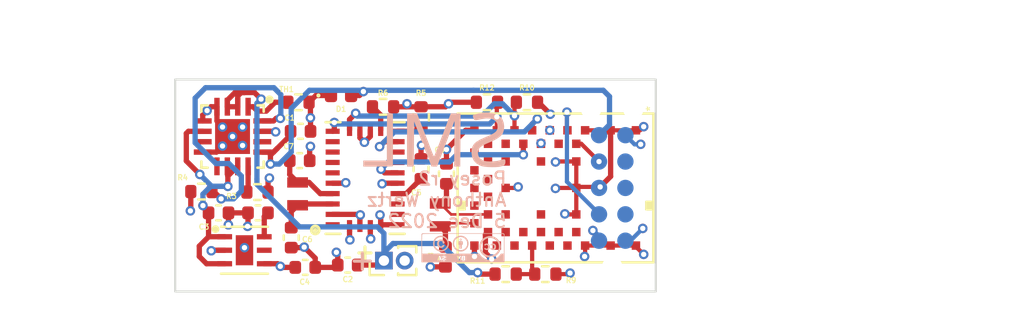
<source format=kicad_pcb>
(kicad_pcb (version 20211014) (generator pcbnew)
  (layers (0 "F.Cu" signal) (1 "In1.Cu" signal) (2 "In2.Cu" signal) (31 "B.Cu" signal) (34 "B.Paste" user) (35 "F.Paste" user) (36 "B.SilkS" user "B.Silkscreen") (37 "F.SilkS" user "F.Silkscreen") (38 "B.Mask" user) (39 "F.Mask" user) (44 "Edge.Cuts" user))
  (net 0 "")
  (net 1 "5V")
  (net 2 "GND")
  (net 3 "Net-(C3-Pad1)")
  (net 4 "3.3V")
  (net 5 "Net-(C5-Pad1)")
  (net 6 "Net-(C6-Pad1)")
  (net 7 "Net-(C7-Pad1)")
  (net 9 "I_CHG")
  (net 10 "IMU_nRESET")
  (net 11 "IMU_nINT")
  (net 12 "Net-(IMU1-Pad15)")
  (net 13 "Net-(IMU1-Pad16)")
  (net 14 "SCL")
  (net 15 "SDA")
  (net 16 "SPI_CS_MEM")
  (net 17 "SPI_CIPO")
  (net 18 "Net-(CHRG1-Pad1)")
  (net 19 "SPI_COPI")
  (net 20 "SPI_CLK")
  (net 21 "Net-(CHRG1-Pad12)")
  (net 23 "SWCLK")
  (net 24 "SWDIO")
  (net 26 "nRESET")
  (net 43 "SWO")
  (net 44 "VBAT")
  (net 45 "Net-(Cb1-Pad1)")
  (net 46 "Net-(C8-Pad2)")
  (net 47 "Net-(C9-Pad2)")
  (net 48 "Net-(R11-Pad1)")
  (footprint "Resistor_SMD:R_0402_1005Metric" (layer "F.Cu") (at 152.1968 104.394)
    (fp_text reference "R6")
    (fp_text value "1k")
  )
  (footprint "Capacitor_SMD:C_0402_1005Metric" (layer "F.Cu") (at 144.275 109.5)
    (fp_text reference "C3")
    (fp_text value "4.7µ")
  )
  (footprint "Diode_SMD:D_0402_1005Metric" (layer "F.Cu") (at 150.175 103.85)
    (fp_text reference "D1")
    (fp_text value "D_TVS")
  )
  (footprint "Capacitor_SMD:C_0402_1005Metric" (layer "F.Cu") (at 146.175 109.5 180)
    (fp_text reference "Cb1" hide)
    (fp_text value "470p")
  )
  (footprint "Capacitor_SMD:C_0402_1005Metric" (layer "F.Cu") (at 148.225 105.575)
    (fp_text reference "C1")
    (fp_text value "1µ")
  )
  (footprint "Resistor_SMD:R_0402_1005Metric" (layer "F.Cu") (at 158.1 112.45 180)
    (fp_text reference "R11")
    (fp_text value "10k")
  )
  (footprint "Resistor_SMD:R_0402_1005Metric" (layer "F.Cu") (at 159.125 104.175)
    (fp_text reference "R10")
    (fp_text value "1.47k")
  )
  (footprint "posey:IC_BNO080" (layer "F.Cu") (at 151.3332 107.823 90)
    (fp_text reference "IMU1" hide)
    (fp_text value "BNO080")
  )
  (footprint "Capacitor_SMD:C_0402_1005Metric" (layer "F.Cu") (at 147.7772 110.6932 -90)
    (fp_text reference "C6")
    (fp_text value "12p")
  )
  (footprint "Resistor_SMD:R_0402_1005Metric" (layer "F.Cu") (at 146.15 108.5 180)
    (fp_text reference "R3")
    (fp_text value "1k")
  )
  (footprint "Resistor_SMD:R_0402_1005Metric" (layer "F.Cu") (at 157.2 104.175 180)
    (fp_text reference "R12")
    (fp_text value "1.47k")
  )
  (footprint "Capacitor_SMD:C_0402_1005Metric" (layer "F.Cu") (at 150.495 112.014)
    (fp_text reference "C2")
    (fp_text value "4.7µ")
  )
  (footprint "Resistor_SMD:R_0402_1005Metric" (layer "F.Cu") (at 143.45 108.475)
    (fp_text reference "R4")
    (fp_text value "1k")
  )
  (footprint "posey:QFN50P300X300X100-17N" (layer "F.Cu") (at 144.95 105.825 -90)
    (fp_text reference "CHRG1" hide)
    (fp_text value "BQ24072RGTR")
  )
  (footprint "posey:XTAL_ECS-.327-9-16-TR" (layer "F.Cu") (at 154.95 109.6 90)
    (fp_text reference "Y1" hide)
    (fp_text value "XTAL")
  )
  (footprint "Capacitor_SMD:C_0402_1005Metric" (layer "F.Cu") (at 148.1836 106.9848)
    (fp_text reference "C7")
    (fp_text value "12p")
  )
  (footprint "Resistor_SMD:R_0402_1005Metric" (layer "F.Cu") (at 160.01 112.45 180)
    (fp_text reference "R9")
    (fp_text value "30.9k")
  )
  (footprint "Resistor_SMD:R_0402_1005Metric" (layer "F.Cu") (at 154.0256 104.902 90)
    (fp_text reference "R5")
    (fp_text value "1k")
  )
  (footprint "Capacitor_SMD:C_0402_1005Metric" (layer "F.Cu") (at 154.0256 107.38 90)
    (fp_text reference "C5")
    (fp_text value "0.1µ")
  )
  (footprint "posey:BMD-350-A-R" (layer "F.Cu") (at 160.500009 108.300012 -90)
    (fp_text reference "µC1" hide)
    (fp_text value "uC BMD-350-A-R" hide)
  )
  (footprint "Capacitor_SMD:C_0402_1005Metric" (layer "F.Cu") (at 155.25 107.62 -90)
    (fp_text reference "C9")
    (fp_text value "12p")
  )
  (footprint "posey:XTAL_ECS-.327-9-16-TR" (layer "F.Cu") (at 148.082 108.585 -90)
    (fp_text reference "Y2" hide)
    (fp_text value "XTAL")
  )
  (footprint "posey:MIC5219-3.3YML-TR" (layer "F.Cu") (at 145.525 111.3)
    (fp_text reference "REG1" hide)
    (fp_text value "MIC5219-3.3YML-TR" hide)
  )
  (footprint "Resistor_SMD:R_0402_1005Metric" (layer "F.Cu") (at 148.125 104.175)
    (fp_text reference "TH1")
    (fp_text value "NTC")
  )
  (footprint "posey:LiPo_1mm" (layer "F.Cu") (at 152.2375 111.8 90)
    (fp_text reference "LiPo1" hide)
    (fp_text value "LiPo")
  )
  (footprint "Capacitor_SMD:C_0402_1005Metric" (layer "F.Cu") (at 148.45 112.125)
    (fp_text reference "C4")
    (fp_text value "4.7µ")
  )
  (footprint "Capacitor_SMD:C_0402_1005Metric" (layer "F.Cu") (at 155.2 111.62 90)
    (fp_text reference "C8")
    (fp_text value "12p")
  )
  (footprint "posey:zgfx-sml-logo" (layer "B.Cu") (at 154.65 105.975 180)
    (fp_text reference "G***" hide)
    (fp_text value "LOGO" hide)
  )
  (footprint "posey:TC2050-IDC-NL" (layer "B.Cu") (at 162.594747 110.840012)
    (fp_text reference "J1" hide)
    (fp_text value "TC2050-IDC-NL")
  )
  (footprint "posey:zgfx-cc-by-sa" (layer "B.Cu") (at 156.05 111.175 180)
    (fp_text reference "G***" hide)
    (fp_text value "LOGO" hide)
  )
  (gr_circle (center 148.9332 110.323) (end 149 110.15) (layer "F.SilkS") (width 0.15) (fill none))
  (gr_rect (start 165.327 103.078) (end 142.1902 113.2856) (layer "Edge.Cuts") (width 0.1) (fill none))
  (gr_text "Posey r2\nAnthony Wertz\n5 Dec 2022" (at 158.200008 108.875012) (layer "B.SilkS") (effects (font (size 0.635 0.635) (thickness 0.1016)) (justify left mirror)))
  (gr_text "+" (at 151.2 111.75) (layer "B.SilkS") (effects (font (size 1.016 1.016) (thickness 0.1524)) (justify mirror)))
  (gr_text "+" (at 151.325 111.375) (layer "F.SilkS") (effects (font (size 0.762 0.762) (thickness 0.1524))))
  (segment (start 146.775 106.725) (end 147.1 106.4) (width 0.254) (layer "F.Cu") (net 1))
  (segment (start 147.1 106.4) (end 147.745 105.755) (width 0.254) (layer "F.Cu") (net 1))
  (segment (start 147.745 105.755) (end 147.745 105.575) (width 0.254) (layer "F.Cu") (net 1))
  (segment (start 146.775 107.15) (end 146.775 106.725) (width 0.254) (layer "F.Cu") (net 1))
  (segment (start 146.385 106.575) (end 146.925 106.575) (width 0.254) (layer "F.Cu") (net 1))
  (segment (start 151.0601 103.85) (end 151.25 103.6601) (width 0.254) (layer "F.Cu") (net 1))
  (segment (start 146.925 106.575) (end 147.1 106.4) (width 0.254) (layer "F.Cu") (net 1))
  (segment (start 150.66 103.85) (end 151.0601 103.85) (width 0.254) (layer "F.Cu") (net 1))
  (via (at 146.775 107.15) (size 0.4572) (drill 0.254) (layers "F.Cu" "B.Cu") (net 1))
  (via (at 151.25 103.6601) (size 0.4572) (drill 0.254) (layers "F.Cu" "B.Cu") (net 1))
  (segment (start 148.65 103.6) (end 147.775 104.475) (width 0.254) (layer "B.Cu") (net 1))
  (segment (start 162.8 103.6) (end 156.55 103.6) (width 0.254) (layer "B.Cu") (net 1))
  (segment (start 163.1 105.254759) (end 163.1 103.9) (width 0.254) (layer "B.Cu") (net 1))
  (segment (start 163.1 103.9) (end 162.8 103.6) (width 0.254) (layer "B.Cu") (net 1))
  (segment (start 162.594747 105.760012) (end 163.1 105.254759) (width 0.254) (layer "B.Cu") (net 1))
  (segment (start 147.2 107.15) (end 146.775 107.15) (width 0.254) (layer "B.Cu") (net 1))
  (segment (start 147.775 104.475) (end 147.775 106.575) (width 0.254) (layer "B.Cu") (net 1))
  (segment (start 147.775 106.575) (end 147.2 107.15) (width 0.254) (layer "B.Cu") (net 1))
  (segment (start 156.55 103.6) (end 148.65 103.6) (width 0.254) (layer "B.Cu") (net 1))
  (segment (start 143.515 106.575) (end 144.1746 106.575) (width 0.254) (layer "F.Cu") (net 2))
  (segment (start 144.2 104.39) (end 143.91 104.39) (width 0.254) (layer "F.Cu") (net 2))
  (segment (start 151.5832 105.5105) (end 151.5832 105.8168) (width 0.254) (layer "F.Cu") (net 2))
  (segment (start 164.373001 111.075001) (end 164.373001 111.128101) (width 0.2032) (layer "F.Cu") (net 2))
  (segment (start 150.015 112.014) (end 150.015 111.465) (width 0.254) (layer "F.Cu") (net 2))
  (segment (start 148.93 111.68) (end 148.4 111.15) (width 0.254) (layer "F.Cu") (net 2))
  (segment (start 148.6636 106.9848) (end 148.6636 106.3364) (width 0.254) (layer "F.Cu") (net 2))
  (segment (start 149.904 112.125) (end 150.015 112.014) (width 0.254) (layer "F.Cu") (net 2))
  (segment (start 148.3768 111.1732) (end 148.4 111.15) (width 0.254) (layer "F.Cu") (net 2))
  (segment (start 149.7707 108.073) (end 150.377 108.073) (width 0.254) (layer "F.Cu") (net 2))
  (segment (start 161.924999 111.075001) (end 161.924999 111.575001) (width 0.2032) (layer "F.Cu") (net 2))
  (segment (start 146.385 105.575) (end 147 105.575) (width 0.254) (layer "F.Cu") (net 2))
  (segment (start 146.66 107.89) (end 146.725 107.825) (width 0.254) (layer "F.Cu") (net 2))
  (segment (start 151.0832 105.8832) (end 151.3 106.1) (width 0.254) (layer "F.Cu") (net 2))
  (segment (start 162.65 108.25) (end 163.153001 107.746999) (width 0.254) (layer "F.Cu") (net 2))
  (segment (start 161.500001 109.575001) (end 160.975001 109.575001) (width 0.2032) (layer "F.Cu") (net 2))
  (segment (start 146.66 108.5) (end 146.66 107.89) (width 0.254) (layer "F.Cu") (net 2))
  (segment (start 148.705 105.575) (end 148.705 104.93) (width 0.254) (layer "F.Cu") (net 2))
  (segment (start 150.5832 110.1355) (end 150.5832 110.7832) (width 0.254) (layer "F.Cu") (net 2))
  (segment (start 148.7 104.925) (end 148.7 104.24) (width 0.254) (layer "F.Cu") (net 2))
  (segment (start 152.0832 110.1355) (end 152.0832 109.6332) (width 0.254) (layer "F.Cu") (net 2))
  (segment (start 149.69 103.85) (end 148.96 103.85) (width 0.254) (layer "F.Cu") (net 2))
  (segment (start 161.924999 111.575001) (end 161.9 111.6) (width 0.2032) (layer "F.Cu") (net 2))
  (segment (start 144.2 105.075) (end 144.95 105.825) (width 0.254) (layer "F.Cu") (net 2))
  (segment (start 150.377 108.073) (end 150.4 108.05) (width 0.254) (layer "F.Cu") (net 2))
  (segment (start 143.95 111.3) (end 143.925 111.325) (width 0.254) (layer "F.Cu") (net 2))
  (segment (start 156.595001 111.075) (end 156.595001 111.595001) (width 0.254) (layer "F.Cu") (net 2))
  (segment (start 155.2 112.1) (end 154.475 112.1) (width 0.254) (layer "F.Cu") (net 2))
  (segment (start 143.91 104.39) (end 143.725 104.575) (width 0.254) (layer "F.Cu") (net 2))
  (segment (start 142.94 109.383651) (end 142.920103 109.403548) (width 0.254) (layer "F.Cu") (net 2))
  (segment (start 164.569901 105.524999) (end 164.7449 105.35) (width 0.2032) (layer "F.Cu") (net 2))
  (segment (start 161.15 112.45) (end 161.2 112.4) (width 0.2032) (layer "F.Cu") (net 2))
  (segment (start 144.2 104.39) (end 144.2 105.075) (width 0.254) (layer "F.Cu") (net 2))
  (segment (start 161.924999 111.075001) (end 164.373001 111.075001) (width 0.2032) (layer "F.Cu") (net 2))
  (segment (start 158.100001 108.300001) (end 158.649999 108.300001) (width 0.2032) (layer "F.Cu") (net 2))
  (segment (start 158.649999 108.300001) (end 158.7 108.25) (width 0.2032) (layer "F.Cu") (net 2))
  (segment (start 155.25 107.14) (end 155.25 106.45) (width 0.254) (layer "F.Cu") (net 2))
  (segment (start 164.373001 111.128101) (end 164.7449 111.5) (width 0.2032) (layer "F.Cu") (net 2))
  (segment (start 144.1746 106.575) (end 144.4674 106.2822) (width 0.254) (layer "F.Cu") (net 2))
  (segment (start 150.5832 110.7832) (end 150.6 110.8) (width 0.254) (layer "F.Cu") (net 2))
  (segment (start 160.521399 108.300001) (end 160.498464 108.322936) (width 0.2032) (layer "F.Cu") (net 2))
  (segment (start 148.6636 106.3364) (end 148.7 106.3) (width 0.254) (layer "F.Cu") (net 2))
  (segment (start 152.1457 110.073) (end 152.0832 110.1355) (width 0.254) (layer "F.Cu") (net 2))
  (segment (start 156.595001 111.595001) (end 156.6 111.6) (width 0.254) (layer "F.Cu") (net 2))
  (segment (start 144.755 110.07) (end 144.75 110.075) (width 0.254) (layer "F.Cu") (net 2))
  (segment (start 161.550002 108.25) (end 161.500001 108.300001) (width 0.2032) (layer "F.Cu") (net 2))
  (segment (start 152.0832 109.6332) (end 152.05 109.6) (width 0.254) (layer "F.Cu") (net 2))
  (segment (start 145.695 109.5) (end 145.695 110.13) (width 0.254) (layer "F.Cu") (net 2))
  (segment (start 151.0832 105.5105) (end 151.0832 105.8832) (width 0.254) (layer "F.Cu") (net 2))
  (segment (start 151.5832 105.8168) (end 151.3 106.1) (width 0.254) (layer "F.Cu") (net 2))
  (segment (start 144.755 109.5) (end 145.695 109.5) (width 0.254) (layer "F.Cu") (net 2))
  (segment (start 160.524999 107.025001) (end 160.5 107.05) (width 0.2032) (layer "F.Cu") (net 2))
  (segment (start 150.015 111.465) (end 149.95 111.4) (width 0.254) (layer "F.Cu") (net 2))
  (segment (start 162.65 108.25) (end 161.550002 108.25) (width 0.2032) (layer "F.Cu") (net 2))
  (segment (start 142.94 108.475) (end 142.94 109.383651) (width 0.254) (layer "F.Cu") (net 2))
  (segment (start 144.755 109.5) (end 144.755 110.07) (width 0.254) (layer "F.Cu") (net 2))
  (segment (start 148.93 112.125) (end 148.93 111.68) (width 0.254) (layer "F.Cu") (net 2))
  (segment (start 148.93 112.125) (end 149.904 112.125) (width 0.254) (layer "F.Cu") (net 2))
  (segment (start 143.515 105.075) (end 143.515 104.785) (width 0.254) (layer "F.Cu") (net 2))
  (segment (start 147 105.575) (end 147.025 105.6) (width 0.254) (layer "F.Cu") (net 2))
  (segment (start 143.515 104.785) (end 143.725 104.575) (width 0.254) (layer "F.Cu") (net 2))
  (segment (start 164.373001 105.524999) (end 164.569901 105.524999) (width 0.2032) (layer "F.Cu") (net 2))
  (segment (start 148.7 104.24) (end 148.635 104.175) (width 0.254) (layer "F.Cu") (net 2))
  (segment (start 161.500001 108.300001) (end 160.521399 108.300001) (width 0.2032) (layer "F.Cu") (net 2))
  (segment (start 148.705 104.93) (end 148.7 104.925) (width 0.254) (layer "F.Cu") (net 2))
  (segment (start 161.500001 107.025001) (end 160.524999 107.025001) (width 0.2032) (layer "F.Cu") (net 2))
  (segment (start 154.0256 106.2744) (end 154.05 106.25) (width 0.254) (layer "F.Cu") (net 2))
  (segment (start 161.500001 107.025001) (end 161.500001 109.575001) (width 0.2032) (layer "F.Cu") (net 2))
  (segment (start 145.695 110.13) (end 145.675 110.15) (width 0.254) (layer "F.Cu") (net 2))
  (segment (start 156.175 105.525) (end 155.25 106.45) (width 0.254) (layer "F.Cu") (net 2))
  (segment (start 145.525 111.3) (end 145.525 111.175) (width 0.254) (layer "F.Cu") (net 2))
  (segment (start 164.373001 105.524999) (end 161.924999 105.524999) (width 0.2032) (layer "F.Cu") (net 2))
  (segment (start 144.5725 111.3) (end 143.95 111.3) (width 0.254) (layer "F.Cu") (net 2))
  (segment (start 152.8957 110.073) (end 152.1457 110.073) (width 0.254) (layer "F.Cu") (net 2))
  (segment (start 152.8957 108.073) (end 152.177 108.073) (width 0.254) (layer "F.Cu") (net 2))
  (segment (start 148.96 103.85) (end 148.635 104.175) (width 0.254) (layer "F.Cu") (net 2))
  (segment (start 156.595001 105.525) (end 156.175 105.525) (width 0.254) (layer "F.Cu") (net 2))
  (segment (start 160.975001 109.575001) (end 160.95 109.55) (width 0.2032) (layer "F.Cu") (net 2))
  (segment (start 152.177 108.073) (end 152.15 108.1) (width 0.254) (layer "F.Cu") (net 2))
  (segment (start 163.153001 107.746999) (end 163.153001 105.524999) (width 0.254) (layer "F.Cu") (net 2))
  (segment (start 147.7772 111.1732) (end 148.3768 111.1732) (width 0.254) (layer "F.Cu") (net 2))
  (segment (start 154.0256 106.9) (end 154.0256 106.2744) (width 0.254) (layer "F.Cu") (net 2))
  (segment (start 160.52 112.45) (end 161.15 112.45) (width 0.2032) (layer "F.Cu") (net 2))
  (via (at 154.475 112.1) (size 0.4572) (drill 0.254) (layers "F.Cu" "B.Cu") (net 2))
  (via (at 143.925 111.325) (size 0.4572) (drill 0.254) (layers "F.Cu" "B.Cu") (net 2))
  (via (at 143.725 104.575) (size 0.4572) (drill 0.254) (layers "F.Cu" "B.Cu") (net 2))
  (via (at 161.2 112.4) (size 0.4572) (drill 0.254) (layers "F.Cu" "B.Cu") (net 2))
  (via (at 162.65 108.25) (size 0.4572) (drill 0.254) (layers "F.Cu" "B.Cu") (net 2))
  (via (at 148.7 106.3) (size 0.4572) (drill 0.254) (layers "F.Cu" "B.Cu") (net 2))
  (via (at 160.5 107.05) (size 0.4572) (drill 0.254) (layers "F.Cu" "B.Cu") (net 2))
  (via (at 154.05 106.25) (size 0.4572) (drill 0.254) (layers "F.Cu" "B.Cu") (net 2))
  (via (at 148.4 111.15) (size 0.4572) (drill 0.254) (layers "F.Cu" "B.Cu") (net 2))
  (via (at 142.920103 109.403548) (size 0.4572) (drill 0.254) (layers "F.Cu" "B.Cu") (net 2))
  (via (at 150.4 108.05) (size 0.4572) (drill 0.254) (layers "F.Cu" "B.Cu") (net 2))
  (via (at 160.498464 108.322936) (size 0.4572) (drill 0.254) (layers "F.Cu" "B.Cu") (net 2))
  (via (at 151.3 106.1) (size 0.4572) (drill 0.254) (layers "F.Cu" "B.Cu") (net 2))
  (via (at 149.95 111.4) (size 0.4572) (drill 0.254) (layers "F.Cu" "B.Cu") (net 2))
  (via (at 145.675 110.15) (size 0.4572) (drill 0.254) (layers "F.Cu" "B.Cu") (net 2))
  (via (at 164.7449 111.5) (size 0.4572) (drill 0.254) (layers "F.Cu" "B.Cu") (net 2))
  (via (at 164.7449 105.35) (size 0.4572) (drill 0.254) (layers "F.Cu" "B.Cu") (net 2))
  (via (at 161.9 111.6) (size 0.4572) (drill 0.254) (layers "F.Cu" "B.Cu") (net 2))
  (via (at 147.025 105.6) (size 0.4572) (drill 0.254) (layers "F.Cu" "B.Cu") (net 2))
  (via (at 155.25 106.45) (size 0.4572) (drill 0.254) (layers "F.Cu" "B.Cu") (net 2))
  (via (at 146.725 107.825) (size 0.4572) (drill 0.254) (layers "F.Cu" "B.Cu") (net 2))
  (via (at 150.6 110.8) (size 0.4572) (drill 0.254) (layers "F.Cu" "B.Cu") (net 2))
  (via (at 156.6 111.6) (size 0.4572) (drill 0.254) (layers "F.Cu" "B.Cu") (net 2))
  (via (at 152.15 108.1) (size 0.4572) (drill 0.254) (layers "F.Cu" "B.Cu") (net 2))
  (via (at 152.05 109.6) (size 0.4572) (drill 0.254) (layers "F.Cu" "B.Cu") (net 2))
  (via (at 158.7 108.25) (size 0.4572) (drill 0.254) (layers "F.Cu" "B.Cu") (net 2))
  (via (at 144.75 110.075) (size 0.4572) (drill 0.254) (layers "F.Cu" "B.Cu") (net 2))
  (via (at 160.95 109.55) (size 0.4572) (drill 0.254) (layers "F.Cu" "B.Cu") (net 2))
  (via (at 145.525 111.175) (size 0.4572) (drill 0.254) (layers "F.Cu" "B.Cu") (net 2))
  (via (at 148.7 104.925) (size 0.4572) (drill 0.254) (layers "F.Cu" "B.Cu") (net 2))
  (segment (start 162.599988 108.300012) (end 162.65 108.25) (width 0.2032) (layer "B.Cu") (net 2))
  (segment (start 162.594747 108.300012) (end 162.599988 108.300012) (width 0.2032) (layer "B.Cu") (net 2))
  (segment (start 144.725 107.285) (end 144.7 107.26) (width 0.254) (layer "F.Cu") (net 3))
  (segment (start 142.725 107) (end 143.375 107.65) (width 0.254) (layer "F.Cu") (net 3))
  (segment (start 142.725 105.675) (end 142.725 107) (width 0.254) (layer "F.Cu") (net 3))
  (segment (start 143.699999 111.949999) (end 143.35 111.6) (width 0.254) (layer "F.Cu") (net 3))
  (segment (start 143.795 109.42) (end 143.525 109.15) (width 0.254) (layer "F.Cu") (net 3))
  (segment (start 144.725 108.225) (end 144.725 107.725) (width 0.254) (layer "F.Cu") (net 3))
  (segment (start 144.5725 111.949999) (end 143.699999 111.949999) (width 0.254) (layer "F.Cu") (net 3))
  (segment (start 143.35 111.1) (end 143.799999 110.650001) (width 0.254) (layer "F.Cu") (net 3))
  (segment (start 145.2 107.26) (end 145.19 107.26) (width 0.254) (layer "F.Cu") (net 3))
  (segment (start 145.19 107.26) (end 144.725 107.725) (width 0.254) (layer "F.Cu") (net 3))
  (segment (start 143.795 109.5) (end 143.795 110.645002) (width 0.254) (layer "F.Cu") (net 3))
  (segment (start 143.795 110.645002) (end 143.799999 110.650001) (width 0.254) (layer "F.Cu") (net 3))
  (segment (start 142.825 105.575) (end 142.725 105.675) (width 0.254) (layer "F.Cu") (net 3))
  (segment (start 143.795 109.5) (end 143.795 109.42) (width 0.254) (layer "F.Cu") (net 3))
  (segment (start 143.35 111.6) (end 143.35 111.1) (width 0.254) (layer "F.Cu") (net 3))
  (segment (start 143.515 105.575) (end 142.825 105.575) (width 0.254) (layer "F.Cu") (net 3))
  (segment (start 143.799999 110.650001) (end 144.5725 110.650001) (width 0.254) (layer "F.Cu") (net 3))
  (segment (start 144.725 107.725) (end 144.725 107.285) (width 0.254) (layer "F.Cu") (net 3))
  (via (at 144.725 108.225) (size 0.4572) (drill 0.254) (layers "F.Cu" "B.Cu") (net 3))
  (via (at 143.375 107.65) (size 0.4572) (drill 0.254) (layers "F.Cu" "B.Cu") (net 3))
  (via (at 143.525 109.15) (size 0.4572) (drill 0.254) (layers "F.Cu" "B.Cu") (net 3))
  (segment (start 143.9 108.225) (end 144.45 108.225) (width 0.254) (layer "B.Cu") (net 3))
  (segment (start 143.95 108.225) (end 144.45 108.225) (width 0.254) (layer "B.Cu") (net 3))
  (segment (start 143.375 107.65) (end 143.95 108.225) (width 0.254) (layer "B.Cu") (net 3))
  (segment (start 143.525 109.15) (end 143.525 108.6) (width 0.254) (layer "B.Cu") (net 3))
  (segment (start 144.45 108.225) (end 144.725 108.225) (width 0.254) (layer "B.Cu") (net 3))
  (segment (start 143.525 108.6) (end 143.9 108.225) (width 0.254) (layer "B.Cu") (net 3))
  (segment (start 149.7707 109.573) (end 151.073 109.573) (width 0.254) (layer "F.Cu") (net 4))
  (segment (start 157.125 111.175) (end 157.125 111.425) (width 0.254) (layer "F.Cu") (net 4))
  (segment (start 157.125 111.425) (end 157.425 111.725) (width 0.254) (layer "F.Cu") (net 4))
  (segment (start 153.306 104.394) (end 153.306 104.294) (width 0.254) (layer "F.Cu") (net 4))
  (segment (start 157.250001 110.425001) (end 157.21829 110.456712) (width 0.254) (layer "F.Cu") (net 4))
  (segment (start 151.073 109.573) (end 151.1 109.6) (width 0.254) (layer "F.Cu") (net 4))
  (segment (start 146.4775 111.949999) (end 147.124999 111.949999) (width 0.254) (layer "F.Cu") (net 4))
  (segment (start 153.306 104.394) (end 154.0236 104.394) (width 0.254) (layer "F.Cu") (net 4))
  (segment (start 159.61 104.25) (end 159.75 104.25) (width 0.254) (layer "F.Cu") (net 4))
  (segment (start 156.69 104.175) (end 155.425 104.175) (width 0.254) (layer "F.Cu") (net 4))
  (segment (start 154.0256 104.392) (end 155.208 104.392) (width 0.254) (layer "F.Cu") (net 4))
  (segment (start 151.0832 109.6168) (end 151.1 109.6) (width 0.254) (layer "F.Cu") (net 4))
  (segment (start 157.125 110.550002) (end 157.125 111.175) (width 0.254) (layer "F.Cu") (net 4))
  (segment (start 151.5832 110.7332) (end 151.6 110.75) (width 0.254) (layer "F.Cu") (net 4))
  (segment (start 147.3 112.125) (end 147.25 112.075) (width 0.254) (layer "F.Cu") (net 4))
  (segment (start 147.97 112.125) (end 147.3 112.125) (width 0.254) (layer "F.Cu") (net 4))
  (segment (start 159.75 104.25) (end 160.25 104.75) (width 0.254) (layer "F.Cu") (net 4))
  (segment (start 147.124999 111.949999) (end 147.25 112.075) (width 0.254) (layer "F.Cu") (net 4))
  (segment (start 154.0236 104.394) (end 154.0256 104.392) (width 0.254) (layer "F.Cu") (net 4))
  (segment (start 157.250001 110.425001) (end 157.125 110.550002) (width 0.254) (layer "F.Cu") (net 4))
  (segment (start 155.425 104.175) (end 155.35 104.25) (width 0.254) (layer "F.Cu") (net 4))
  (segment (start 155.208 104.392) (end 155.35 104.25) (width 0.254) (layer "F.Cu") (net 4))
  (segment (start 152.7068 104.394) (end 153.306 104.394) (width 0.254) (layer "F.Cu") (net 4))
  (segment (start 151.0832 110.1355) (end 151.0832 109.6168) (width 0.254) (layer "F.Cu") (net 4))
  (segment (start 151.5832 110.1355) (end 151.5832 110.7332) (width 0.254) (layer "F.Cu") (net 4))
  (segment (start 153.306 104.294) (end 153.35 104.25) (width 0.254) (layer "F.Cu") (net 4))
  (via (at 160.25 104.75) (size 0.4572) (drill 0.254) (layers "F.Cu" "B.Cu") (net 4))
  (via (at 157.425 111.725) (size 0.4572) (drill 0.254) (layers "F.Cu" "B.Cu") (net 4))
  (via (at 155.35 104.25) (size 0.4572) (drill 0.254) (layers "F.Cu" "B.Cu") (net 4))
  (via (at 151.6 110.75) (size 0.4572) (drill 0.254) (layers "F.Cu" "B.Cu") (net 4))
  (via (at 162.3 110.35) (size 0.4572) (drill 0.254) (layers "F.Cu" "B.Cu") (net 4))
  (via (at 153.35 104.25) (size 0.4572) (drill 0.254) (layers "F.Cu" "B.Cu") (net 4))
  (via (at 151.1 109.6) (size 0.4572) (drill 0.254) (layers "F.Cu" "B.Cu") (net 4))
  (via (at 147.25 112.075) (size 0.4572) (drill 0.254) (layers "F.Cu" "B.Cu") (net 4))
  (segment (start 162.594747 110.840012) (end 162.594747 110.644747) (width 0.254) (layer "B.Cu") (net 4))
  (segment (start 162.594747 110.644747) (end 162.3 110.35) (width 0.254) (layer "B.Cu") (net 4))
  (segment (start 152.8957 108.573) (end 153.3126 108.573) (width 0.254) (layer "F.Cu") (net 5))
  (segment (start 153.3126 108.573) (end 154.0256 107.86) (width 0.254) (layer "F.Cu") (net 5))
  (segment (start 147.7772 109.4398) (end 148.082 109.135) (width 0.254) (layer "F.Cu") (net 6))
  (segment (start 148.144 109.073) (end 148.082 109.135) (width 0.254) (layer "F.Cu") (net 6))
  (segment (start 147.7772 110.2132) (end 147.7772 109.4398) (width 0.254) (layer "F.Cu") (net 6))
  (segment (start 149.7707 109.073) (end 148.144 109.073) (width 0.254) (layer "F.Cu") (net 6))
  (segment (start 149.173 108.573) (end 148.635 108.035) (width 0.254) (layer "F.Cu") (net 7))
  (segment (start 148.635 108.035) (end 148.082 108.035) (width 0.254) (layer "F.Cu") (net 7))
  (segment (start 147.7036 107.6566) (end 148.082 108.035) (width 0.254) (layer "F.Cu") (net 7))
  (segment (start 147.7036 106.9848) (end 147.7036 107.6566) (width 0.254) (layer "F.Cu") (net 7))
  (segment (start 149.7707 108.573) (end 149.173 108.573) (width 0.254) (layer "F.Cu") (net 7))
  (segment (start 146.385 105.075) (end 146.925 105.075) (width 0.254) (layer "F.Cu") (net 9))
  (segment (start 146.925 105.075) (end 147.05 104.95) (width 0.254) (layer "F.Cu") (net 9))
  (segment (start 144.05 108.475) (end 144.4 108.825) (width 0.254) (layer "F.Cu") (net 9))
  (segment (start 147.05 104.95) (end 147.25 104.95) (width 0.254) (layer "F.Cu") (net 9))
  (segment (start 143.96 108.475) (end 144.05 108.475) (width 0.254) (layer "F.Cu") (net 9))
  (via (at 147.25 104.95) (size 0.4572) (drill 0.254) (layers "F.Cu" "B.Cu") (net 9))
  (via (at 144.4 108.825) (size 0.4572) (drill 0.254) (layers "F.Cu" "B.Cu") (net 9))
  (segment (start 143.15 106.125) (end 144.15 107.125) (width 0.254) (layer "B.Cu") (net 9))
  (segment (start 144.15 107.125) (end 144.775 107.125) (width 0.254) (layer "B.Cu") (net 9))
  (segment (start 144.775 107.125) (end 145.375 107.725) (width 0.254) (layer "B.Cu") (net 9))
  (segment (start 143.15 103.975) (end 143.15 106.125) (width 0.254) (layer "B.Cu") (net 9))
  (segment (start 147.275 104.825) (end 147.275 103.80852) (width 0.254) (layer "B.Cu") (net 9))
  (segment (start 147.25 104.95) (end 147.25 104.85) (width 0.254) (layer "B.Cu") (net 9))
  (segment (start 145.375 107.725) (end 145.375 108.45) (width 0.254) (layer "B.Cu") (net 9))
  (segment (start 147.25 104.85) (end 147.275 104.825) (width 0.254) (layer "B.Cu") (net 9))
  (segment (start 143.65 103.475) (end 143.15 103.975) (width 0.254) (layer "B.Cu") (net 9))
  (segment (start 145.375 108.45) (end 145 108.825) (width 0.254) (layer "B.Cu") (net 9))
  (segment (start 145 108.825) (end 144.4 108.825) (width 0.254) (layer "B.Cu") (net 9))
  (segment (start 147.275 103.80852) (end 146.94148 103.475) (width 0.254) (layer "B.Cu") (net 9))
  (segment (start 146.94148 103.475) (end 143.65 103.475) (width 0.254) (layer "B.Cu") (net 9))
  (segment (start 158.950001 106.175001) (end 158.95 106.7) (width 0.254) (layer "F.Cu") (net 10))
  (segment (start 152.8957 107.573) (end 152.273 107.573) (width 0.254) (layer "F.Cu") (net 10))
  (segment (start 152.273 107.573) (end 152.1 107.4) (width 0.254) (layer "F.Cu") (net 10))
  (via (at 158.95 106.7) (size 0.4572) (drill 0.254) (layers "F.Cu" "B.Cu") (net 10))
  (via (at 152.1 107.4) (size 0.4572) (drill 0.254) (layers "F.Cu" "B.Cu") (net 10))
  (segment (start 155.75 106.7) (end 155.4 107.05) (width 0.254) (layer "B.Cu") (net 10))
  (segment (start 155.4 107.05) (end 152.45 107.05) (width 0.254) (layer "B.Cu") (net 10))
  (segment (start 152.45 107.05) (end 152.1 107.4) (width 0.254) (layer "B.Cu") (net 10))
  (segment (start 158.95 106.7) (end 155.75 106.7) (width 0.254) (layer "B.Cu") (net 10))
  (segment (start 159.375 105.524999) (end 159.375 105.225) (width 0.254) (layer "F.Cu") (net 11))
  (segment (start 159.375 105.225) (end 159.625 104.975) (width 0.254) (layer "F.Cu") (net 11))
  (segment (start 152.8957 106.073) (end 152.266968 106.073) (width 0.254) (layer "F.Cu") (net 11))
  (segment (start 152.266968 106.073) (end 152.029533 106.310435) (width 0.254) (layer "F.Cu") (net 11))
  (via (at 152.029533 106.310435) (size 0.4572) (drill 0.254) (layers "F.Cu" "B.Cu") (net 11))
  (via (at 159.625 104.975) (size 0.4572) (drill 0.254) (layers "F.Cu" "B.Cu") (net 11))
  (segment (start 152.029533 106.310435) (end 152.739968 105.6) (width 0.254) (layer "B.Cu") (net 11))
  (segment (start 159 105.6) (end 159.625 104.975) (width 0.254) (layer "B.Cu") (net 11))
  (segment (start 152.739968 105.6) (end 159 105.6) (width 0.254) (layer "B.Cu") (net 11))
  (segment (start 152.8957 105.573) (end 153.8646 105.573) (width 0.254) (layer "F.Cu") (net 12))
  (segment (start 153.8646 105.573) (end 154.0256 105.412) (width 0.254) (layer "F.Cu") (net 12))
  (segment (start 152.0832 105.5105) (end 152.0832 104.7904) (width 0.254) (layer "F.Cu") (net 13))
  (segment (start 152.0832 104.7904) (end 151.6868 104.394) (width 0.254) (layer "F.Cu") (net 13))
  (segment (start 150.5832 105.5105) (end 150.5832 105.002225) (width 0.254) (layer "F.Cu") (net 14))
  (segment (start 150.5832 105.002225) (end 150.876967 104.708458) (width 0.254) (layer "F.Cu") (net 14))
  (segment (start 158.524999 105.524999) (end 158.524999 104.824999) (width 0.2032) (layer "F.Cu") (net 14))
  (segment (start 158.524999 104.824999) (end 158.524999 104.315001) (width 0.2032) (layer "F.Cu") (net 14))
  (segment (start 158.524999 104.315001) (end 158.59 104.25) (width 0.2032) (layer "F.Cu") (net 14))
  (via (at 158.524999 104.824999) (size 0.4572) (drill 0.254) (layers "F.Cu" "B.Cu") (net 14))
  (via (at 150.876967 104.708458) (size 0.4572) (drill 0.254) (layers "F.Cu" "B.Cu") (net 14))
  (segment (start 156.96104 104.83896) (end 157.55 104.25) (width 0.254) (layer "B.Cu") (net 14))
  (segment (start 157.55 104.25) (end 157.95 104.25) (width 0.254) (layer "B.Cu") (net 14))
  (segment (start 150.876967 104.708458) (end 150.876967 104.773033) (width 0.254) (layer "B.Cu") (net 14))
  (segment (start 150.942894 104.83896) (end 156.96104 104.83896) (width 0.254) (layer "B.Cu") (net 14))
  (segment (start 157.95 104.25) (end 158.524999 104.824999) (width 0.254) (layer "B.Cu") (net 14))
  (segment (start 150.876967 104.773033) (end 150.942894 104.83896) (width 0.254) (layer "B.Cu") (net 14))
  (segment (start 157.675001 104.284999) (end 157.71 104.25) (width 0.2032) (layer "F.Cu") (net 15))
  (segment (start 149.85 105.4937) (end 149.7707 105.573) (width 0.254) (layer "F.Cu") (net 15))
  (segment (start 157.675001 104.874999) (end 157.675001 104.284999) (width 0.2032) (layer "F.Cu") (net 15))
  (segment (start 157.675001 105.524999) (end 157.675001 105.025001) (width 0.2032) (layer "F.Cu") (net 15))
  (segment (start 157.675001 105.025001) (end 157.675001 104.874999) (width 0.254) (layer "F.Cu") (net 15))
  (segment (start 149.85 105.15) (end 149.85 105.4937) (width 0.254) (layer "F.Cu") (net 15))
  (via (at 157.675001 104.874999) (size 0.4572) (drill 0.254) (layers "F.Cu" "B.Cu") (net 15))
  (via (at 149.85 105.15) (size 0.4572) (drill 0.254) (layers "F.Cu" "B.Cu") (net 15))
  (segment (start 157.675001 104.874999) (end 157.33052 105.21948) (width 0.254) (layer "B.Cu") (net 15))
  (segment (start 157.33052 105.21948) (end 149.91948 105.21948) (width 0.254) (layer "B.Cu") (net 15))
  (segment (start 149.91948 105.21948) (end 149.85 105.15) (width 0.254) (layer "B.Cu") (net 15))
  (segment (start 146.575 104.6) (end 147 104.175) (width 0.254) (layer "F.Cu") (net 18))
  (segment (start 146.15 104.6) (end 146.575 104.6) (width 0.254) (layer "F.Cu") (net 18))
  (segment (start 145.94 104.39) (end 146.15 104.6) (width 0.254) (layer "F.Cu") (net 18))
  (segment (start 145.7 104.39) (end 145.94 104.39) (width 0.254) (layer "F.Cu") (net 18))
  (segment (start 147 104.175) (end 147.615 104.175) (width 0.254) (layer "F.Cu") (net 18))
  (segment (start 145.7 107.26) (end 145.7 108.44) (width 0.254) (layer "F.Cu") (net 21))
  (segment (start 145.7 108.44) (end 145.64 108.5) (width 0.254) (layer "F.Cu") (net 21))
  (segment (start 161.500001 106.175001) (end 161.739736 106.175001) (width 0.2032) (layer "F.Cu") (net 23))
  (segment (start 161.739736 106.175001) (end 162.594747 107.030012) (width 0.2032) (layer "F.Cu") (net 23))
  (via (at 162.594747 107.030012) (size 0.4572) (drill 0.254) (layers "F.Cu" "B.Cu") (net 23))
  (segment (start 161.05 104.65) (end 161.05 105.5) (width 0.2032) (layer "F.Cu") (net 24))
  (segment (start 161.05 105.5) (end 161.074999 105.524999) (width 0.2032) (layer "F.Cu") (net 24))
  (via (at 161.05 104.65) (size 0.4572) (drill 0.254) (layers "F.Cu" "B.Cu") (net 24))
  (segment (start 162.6 109.55) (end 161.05 108) (width 0.2032) (layer "B.Cu") (net 24))
  (segment (start 162.594747 109.570012) (end 162.594747 109.555253) (width 0.2032) (layer "B.Cu") (net 24))
  (segment (start 162.594747 109.555253) (end 162.6 109.55) (width 0.2032) (layer "B.Cu") (net 24))
  (segment (start 161.05 108) (end 161.05 104.65) (width 0.2032) (layer "B.Cu") (net 24))
  (via (at 160.225001 105.524999) (size 0.4572) (drill 0.254) (layers "F.Cu" "B.Cu") (net 26))
  (via (at 164.7 110.25) (size 0.4572) (drill 0.254) (layers "F.Cu" "B.Cu") (net 26))
  (segment (start 163.864747 110.840012) (end 164.109988 110.840012) (width 0.2032) (layer "B.Cu") (net 26))
  (segment (start 164.109988 110.840012) (end 164.7 110.25) (width 0.2032) (layer "B.Cu") (net 26))
  (segment (start 159.800001 106.175001) (end 159.8 106.15) (width 0.2032) (layer "F.Cu") (net 43))
  (via (at 164.6 106.2) (size 0.4572) (drill 0.254) (layers "F.Cu" "B.Cu") (net 43))
  (via (at 159.8 106.15) (size 0.4572) (drill 0.254) (layers "F.Cu" "B.Cu") (net 43))
  (segment (start 164.6 106.2) (end 164.304735 106.2) (width 0.2032) (layer "B.Cu") (net 43))
  (segment (start 164.304735 106.2) (end 163.864747 105.760012) (width 0.2032) (layer "B.Cu") (net 43))
  (segment (start 145.2 104.39) (end 144.7 104.39) (width 0.254) (layer "F.Cu") (net 44))
  (segment (start 156.825 112.45) (end 156.75 112.375) (width 0.254) (layer "F.Cu") (net 44))
  (segment (start 144.7 104.39) (end 144.7 104.075) (width 0.254) (layer "F.Cu") (net 44))
  (segment (start 145.51852 103.70648) (end 145.36852 103.70648) (width 0.254) (layer "F.Cu") (net 44))
  (segment (start 146.325 104.025) (end 146.00648 103.70648) (width 0.254) (layer "F.Cu") (net 44))
  (segment (start 157.59 112.45) (end 156.825 112.45) (width 0.254) (layer "F.Cu") (net 44))
  (segment (start 144.7 104.075) (end 145.06852 103.70648) (width 0.254) (layer "F.Cu") (net 44))
  (segment (start 150.975 112.014) (end 152.0235 112.014) (width 0.254) (layer "F.Cu") (net 44))
  (segment (start 145.36852 103.70648) (end 145.2 103.875) (width 0.254) (layer "F.Cu") (net 44))
  (segment (start 145.2 103.875) (end 145.2 104.39) (width 0.254) (layer "F.Cu") (net 44))
  (segment (start 146.00648 103.70648) (end 145.51852 103.70648) (width 0.254) (layer "F.Cu") (net 44))
  (segment (start 145.06852 103.70648) (end 145.51852 103.70648) (width 0.254) (layer "F.Cu") (net 44))
  (segment (start 152.0235 112.014) (end 152.2375 111.8) (width 0.254) (layer "F.Cu") (net 44))
  (via (at 146.325 104.025) (size 0.4572) (drill 0.254) (layers "F.Cu" "B.Cu") (net 44))
  (via (at 156.75 112.375) (size 0.4572) (drill 0.254) (layers "F.Cu" "B.Cu") (net 44))
  (segment (start 152.675 110.975) (end 154.95 110.975) (width 0.254) (layer "B.Cu") (net 44))
  (segment (start 152.2375 110.4875) (end 152.05 110.3) (width 0.254) (layer "B.Cu") (net 44))
  (segment (start 146.125 104.225) (end 146.325 104.025) (width 0.254) (layer "B.Cu") (net 44))
  (segment (start 152.2375 111.8) (end 152.2375 111.4125) (width 0.254) (layer "B.Cu") (net 44))
  (segment (start 148.175 110.175) (end 146.4 108.4) (width 0.254) (layer "B.Cu") (net 44))
  (segment (start 156.35 112.375) (end 156.75 112.375) (width 0.254) (layer "B.Cu") (net 44))
  (segment (start 146.4 108.4) (end 146.125 108.125) (width 0.254) (layer "B.Cu") (net 44))
  (segment (start 151.925 110.175) (end 150.525 110.175) (width 0.254) (layer "B.Cu") (net 44))
  (segment (start 146.125 107.875) (end 146.125 104.225) (width 0.254) (layer "B.Cu") (net 44))
  (segment (start 154.95 110.975) (end 156.35 112.375) (width 0.254) (layer "B.Cu") (net 44))
  (segment (start 146.125 108.125) (end 146.125 107.875) (width 0.254) (layer "B.Cu") (net 44))
  (segment (start 150.525 110.175) (end 148.175 110.175) (width 0.254) (layer "B.Cu") (net 44))
  (segment (start 152.2375 111.8) (end 152.2375 110.4875) (width 0.254) (layer "B.Cu") (net 44))
  (segment (start 152.05 110.3) (end 151.925 110.175) (width 0.254) (layer "B.Cu") (net 44))
  (segment (start 152.2375 111.4125) (end 152.675 110.975) (width 0.254) (layer "B.Cu") (net 44))
  (segment (start 146.4775 110.650001) (end 146.4775 109.6775) (width 0.254) (layer "F.Cu") (net 45))
  (segment (start 146.4775 109.6775) (end 146.655 109.5) (width 0.254) (layer "F.Cu") (net 45))
  (segment (start 155.2 111.14) (end 155.2 110.4) (width 0.254) (layer "F.Cu") (net 46))
  (segment (start 155.100001 109.999999) (end 154.95 110.15) (width 0.127) (layer "F.Cu") (net 46))
  (segment (start 155.2 110.4) (end 154.95 110.15) (width 0.254) (layer "F.Cu") (net 46))
  (segment (start 156.595001 109.999999) (end 155.100001 109.999999) (width 0.127) (layer "F.Cu") (net 46))
  (segment (start 157.250001 109.575001) (end 155.475001 109.575001) (width 0.127) (layer "F.Cu") (net 47))
  (segment (start 155.25 108.75) (end 154.95 109.05) (width 0.254) (layer "F.Cu") (net 47))
  (segment (start 155.475001 109.575001) (end 154.95 109.05) (width 0.127) (layer "F.Cu") (net 47))
  (segment (start 155.25 108.1) (end 155.25 108.75) (width 0.254) (layer "F.Cu") (net 47))
  (segment (start 158.61 112.45) (end 159.5 112.45) (width 0.2032) (layer "F.Cu") (net 48))
  (segment (start 159.375 112.325) (end 159.5 112.45) (width 0.2032) (layer "F.Cu") (net 48))
  (segment (start 159.375 111.075001) (end 159.375 112.325) (width 0.2032) (layer "F.Cu") (net 48))
)
</source>
